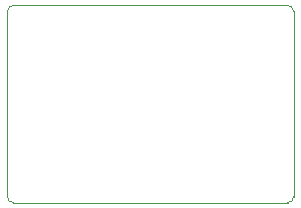
<source format=gm1>
G04 #@! TF.GenerationSoftware,KiCad,Pcbnew,8.0.5*
G04 #@! TF.CreationDate,2024-10-05T21:15:00+02:00*
G04 #@! TF.ProjectId,XC9148-breakout,58433931-3438-42d6-9272-65616b6f7574,rev?*
G04 #@! TF.SameCoordinates,Original*
G04 #@! TF.FileFunction,Profile,NP*
%FSLAX46Y46*%
G04 Gerber Fmt 4.6, Leading zero omitted, Abs format (unit mm)*
G04 Created by KiCad (PCBNEW 8.0.5) date 2024-10-05 21:15:00*
%MOMM*%
%LPD*%
G01*
G04 APERTURE LIST*
G04 #@! TA.AperFunction,Profile*
%ADD10C,0.050000*%
G04 #@! TD*
G04 APERTURE END LIST*
D10*
X95670000Y-52310000D02*
X118890000Y-52310000D01*
X119390000Y-68520000D02*
G75*
G02*
X118890000Y-69020000I-500000J0D01*
G01*
X119390000Y-52810000D02*
X119390000Y-68520000D01*
X95670000Y-69020000D02*
G75*
G02*
X95170000Y-68520000I0J500000D01*
G01*
X118890000Y-52310000D02*
G75*
G02*
X119390000Y-52810000I0J-500000D01*
G01*
X118890000Y-69020000D02*
X95670000Y-69020000D01*
X95170000Y-52810000D02*
G75*
G02*
X95670000Y-52310000I500000J0D01*
G01*
X95170000Y-68520000D02*
X95170000Y-52810000D01*
M02*

</source>
